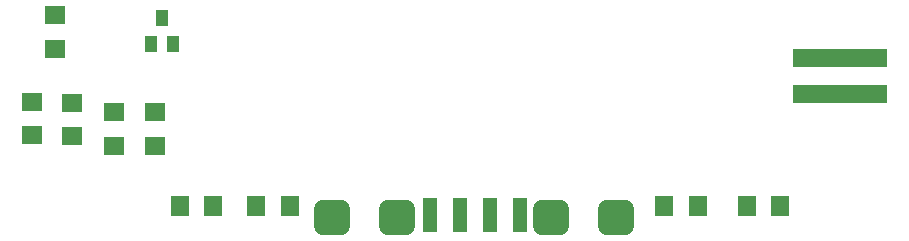
<source format=gtp>
G75*
%MOIN*%
%OFA0B0*%
%FSLAX24Y24*%
%IPPOS*%
%LPD*%
%AMOC8*
5,1,8,0,0,1.08239X$1,22.5*
%
%ADD10R,0.0492X0.1181*%
%ADD11C,0.0591*%
%ADD12R,0.0630X0.0710*%
%ADD13R,0.0710X0.0630*%
%ADD14R,0.0394X0.0551*%
%ADD15R,0.3150X0.0591*%
D10*
X014690Y001286D03*
X015690Y001286D03*
X016690Y001286D03*
X017690Y001286D03*
D11*
X019024Y001504D02*
X019024Y000914D01*
X018434Y000914D01*
X018434Y001504D01*
X019024Y001504D01*
X018434Y001504D01*
X021189Y001504D02*
X021189Y000914D01*
X020599Y000914D01*
X020599Y001504D01*
X021189Y001504D01*
X020599Y001504D01*
X013906Y001504D02*
X013906Y000914D01*
X013316Y000914D01*
X013316Y001504D01*
X013906Y001504D01*
X013316Y001504D01*
X011741Y001504D02*
X011741Y000914D01*
X011151Y000914D01*
X011151Y001504D01*
X011741Y001504D01*
X011151Y001504D01*
D12*
X006358Y001603D03*
X007478Y001603D03*
X008917Y001603D03*
X010037Y001603D03*
X022500Y001603D03*
X023620Y001603D03*
X025256Y001603D03*
X026376Y001603D03*
D13*
X005540Y003602D03*
X004162Y003602D03*
X002784Y003917D03*
X001446Y003957D03*
X001446Y005076D03*
X002784Y005037D03*
X004162Y004722D03*
X005540Y004722D03*
X002194Y006831D03*
X002194Y007950D03*
D14*
X005402Y006997D03*
X006150Y006997D03*
X005776Y007863D03*
D15*
X028375Y006524D03*
X028375Y005343D03*
M02*

</source>
